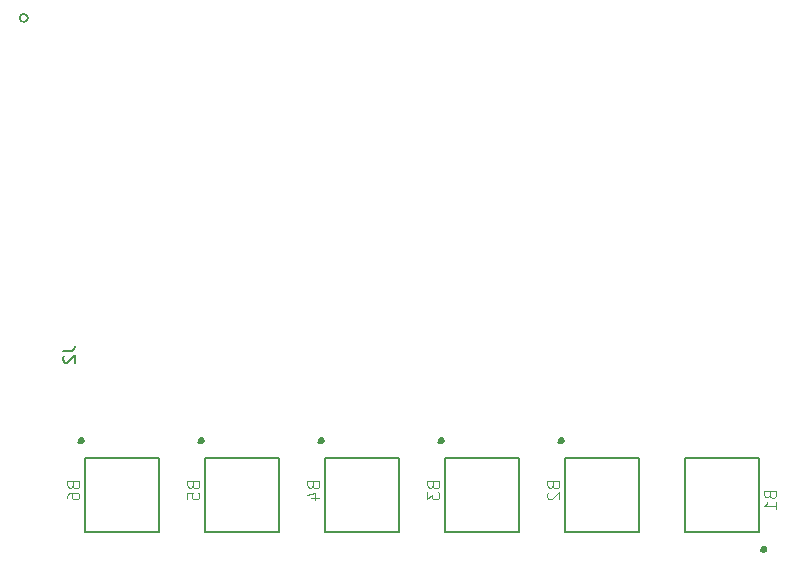
<source format=gbr>
G04 #@! TF.FileFunction,Legend,Bot*
%FSLAX46Y46*%
G04 Gerber Fmt 4.6, Leading zero omitted, Abs format (unit mm)*
G04 Created by KiCad (PCBNEW 4.0.6) date Saturday, December 30, 2017 'PMt' 02:35:40 PM*
%MOMM*%
%LPD*%
G01*
G04 APERTURE LIST*
%ADD10C,0.100000*%
%ADD11C,0.150000*%
%ADD12C,0.127000*%
%ADD13C,0.609600*%
%ADD14C,0.050000*%
G04 APERTURE END LIST*
D10*
D11*
X80288458Y-77216000D02*
G75*
G03X80288458Y-77216000I-341958J0D01*
G01*
D12*
X135965000Y-120702000D02*
X135965000Y-114502000D01*
X135965000Y-114502000D02*
X142165000Y-114502000D01*
X142165000Y-114502000D02*
X142165000Y-120702000D01*
X142165000Y-120702000D02*
X135965000Y-120702000D01*
D13*
X142615000Y-122202000D02*
G75*
G03X142615000Y-122202000I-50000J0D01*
G01*
D12*
X132005000Y-114502000D02*
X132005000Y-120702000D01*
X132005000Y-120702000D02*
X125805000Y-120702000D01*
X125805000Y-120702000D02*
X125805000Y-114502000D01*
X125805000Y-114502000D02*
X132005000Y-114502000D01*
D13*
X125455000Y-113002000D02*
G75*
G03X125455000Y-113002000I-50000J0D01*
G01*
D12*
X121845000Y-114502000D02*
X121845000Y-120702000D01*
X121845000Y-120702000D02*
X115645000Y-120702000D01*
X115645000Y-120702000D02*
X115645000Y-114502000D01*
X115645000Y-114502000D02*
X121845000Y-114502000D01*
D13*
X115295000Y-113002000D02*
G75*
G03X115295000Y-113002000I-50000J0D01*
G01*
D12*
X111685000Y-114502000D02*
X111685000Y-120702000D01*
X111685000Y-120702000D02*
X105485000Y-120702000D01*
X105485000Y-120702000D02*
X105485000Y-114502000D01*
X105485000Y-114502000D02*
X111685000Y-114502000D01*
D13*
X105135000Y-113002000D02*
G75*
G03X105135000Y-113002000I-50000J0D01*
G01*
D12*
X101525000Y-114502000D02*
X101525000Y-120702000D01*
X101525000Y-120702000D02*
X95325000Y-120702000D01*
X95325000Y-120702000D02*
X95325000Y-114502000D01*
X95325000Y-114502000D02*
X101525000Y-114502000D01*
D13*
X94975000Y-113002000D02*
G75*
G03X94975000Y-113002000I-50000J0D01*
G01*
D12*
X91365000Y-114502000D02*
X91365000Y-120702000D01*
X91365000Y-120702000D02*
X85165000Y-120702000D01*
X85165000Y-120702000D02*
X85165000Y-114502000D01*
X85165000Y-114502000D02*
X91365000Y-114502000D01*
D13*
X84815000Y-113002000D02*
G75*
G03X84815000Y-113002000I-50000J0D01*
G01*
D11*
X83272381Y-105394167D02*
X83986667Y-105394167D01*
X84129524Y-105346547D01*
X84224762Y-105251309D01*
X84272381Y-105108452D01*
X84272381Y-105013214D01*
X83367619Y-105822738D02*
X83320000Y-105870357D01*
X83272381Y-105965595D01*
X83272381Y-106203691D01*
X83320000Y-106298929D01*
X83367619Y-106346548D01*
X83462857Y-106394167D01*
X83558095Y-106394167D01*
X83700952Y-106346548D01*
X84272381Y-105775119D01*
X84272381Y-106394167D01*
D14*
X143086874Y-117607244D02*
X143134591Y-117750397D01*
X143182309Y-117798115D01*
X143277744Y-117845833D01*
X143420897Y-117845833D01*
X143516332Y-117798115D01*
X143564050Y-117750397D01*
X143611767Y-117654962D01*
X143611767Y-117273221D01*
X142609697Y-117273221D01*
X142609697Y-117607244D01*
X142657415Y-117702680D01*
X142705133Y-117750397D01*
X142800568Y-117798115D01*
X142896003Y-117798115D01*
X142991438Y-117750397D01*
X143039156Y-117702680D01*
X143086874Y-117607244D01*
X143086874Y-117273221D01*
X143611767Y-118800185D02*
X143611767Y-118227573D01*
X143611767Y-118513879D02*
X142609697Y-118513879D01*
X142752850Y-118418444D01*
X142848285Y-118323009D01*
X142896003Y-118227573D01*
X124739974Y-116785556D02*
X124787691Y-116928709D01*
X124835409Y-116976427D01*
X124930844Y-117024145D01*
X125073997Y-117024145D01*
X125169432Y-116976427D01*
X125217150Y-116928709D01*
X125264867Y-116833274D01*
X125264867Y-116451533D01*
X124262797Y-116451533D01*
X124262797Y-116785556D01*
X124310515Y-116880992D01*
X124358233Y-116928709D01*
X124453668Y-116976427D01*
X124549103Y-116976427D01*
X124644538Y-116928709D01*
X124692256Y-116880992D01*
X124739974Y-116785556D01*
X124739974Y-116451533D01*
X124358233Y-117405885D02*
X124310515Y-117453603D01*
X124262797Y-117549038D01*
X124262797Y-117787626D01*
X124310515Y-117883062D01*
X124358233Y-117930779D01*
X124453668Y-117978497D01*
X124549103Y-117978497D01*
X124692256Y-117930779D01*
X125264867Y-117358168D01*
X125264867Y-117978497D01*
X114579974Y-116785556D02*
X114627691Y-116928709D01*
X114675409Y-116976427D01*
X114770844Y-117024145D01*
X114913997Y-117024145D01*
X115009432Y-116976427D01*
X115057150Y-116928709D01*
X115104867Y-116833274D01*
X115104867Y-116451533D01*
X114102797Y-116451533D01*
X114102797Y-116785556D01*
X114150515Y-116880992D01*
X114198233Y-116928709D01*
X114293668Y-116976427D01*
X114389103Y-116976427D01*
X114484538Y-116928709D01*
X114532256Y-116880992D01*
X114579974Y-116785556D01*
X114579974Y-116451533D01*
X114102797Y-117358168D02*
X114102797Y-117978497D01*
X114484538Y-117644474D01*
X114484538Y-117787626D01*
X114532256Y-117883062D01*
X114579974Y-117930779D01*
X114675409Y-117978497D01*
X114913997Y-117978497D01*
X115009432Y-117930779D01*
X115057150Y-117883062D01*
X115104867Y-117787626D01*
X115104867Y-117501321D01*
X115057150Y-117405885D01*
X115009432Y-117358168D01*
X104419974Y-116785556D02*
X104467691Y-116928709D01*
X104515409Y-116976427D01*
X104610844Y-117024145D01*
X104753997Y-117024145D01*
X104849432Y-116976427D01*
X104897150Y-116928709D01*
X104944867Y-116833274D01*
X104944867Y-116451533D01*
X103942797Y-116451533D01*
X103942797Y-116785556D01*
X103990515Y-116880992D01*
X104038233Y-116928709D01*
X104133668Y-116976427D01*
X104229103Y-116976427D01*
X104324538Y-116928709D01*
X104372256Y-116880992D01*
X104419974Y-116785556D01*
X104419974Y-116451533D01*
X104276821Y-117883062D02*
X104944867Y-117883062D01*
X103895080Y-117644474D02*
X104610844Y-117405885D01*
X104610844Y-118026215D01*
X94259974Y-116785556D02*
X94307691Y-116928709D01*
X94355409Y-116976427D01*
X94450844Y-117024145D01*
X94593997Y-117024145D01*
X94689432Y-116976427D01*
X94737150Y-116928709D01*
X94784867Y-116833274D01*
X94784867Y-116451533D01*
X93782797Y-116451533D01*
X93782797Y-116785556D01*
X93830515Y-116880992D01*
X93878233Y-116928709D01*
X93973668Y-116976427D01*
X94069103Y-116976427D01*
X94164538Y-116928709D01*
X94212256Y-116880992D01*
X94259974Y-116785556D01*
X94259974Y-116451533D01*
X93782797Y-117930779D02*
X93782797Y-117453603D01*
X94259974Y-117405885D01*
X94212256Y-117453603D01*
X94164538Y-117549038D01*
X94164538Y-117787626D01*
X94212256Y-117883062D01*
X94259974Y-117930779D01*
X94355409Y-117978497D01*
X94593997Y-117978497D01*
X94689432Y-117930779D01*
X94737150Y-117883062D01*
X94784867Y-117787626D01*
X94784867Y-117549038D01*
X94737150Y-117453603D01*
X94689432Y-117405885D01*
X84099974Y-116785556D02*
X84147691Y-116928709D01*
X84195409Y-116976427D01*
X84290844Y-117024145D01*
X84433997Y-117024145D01*
X84529432Y-116976427D01*
X84577150Y-116928709D01*
X84624867Y-116833274D01*
X84624867Y-116451533D01*
X83622797Y-116451533D01*
X83622797Y-116785556D01*
X83670515Y-116880992D01*
X83718233Y-116928709D01*
X83813668Y-116976427D01*
X83909103Y-116976427D01*
X84004538Y-116928709D01*
X84052256Y-116880992D01*
X84099974Y-116785556D01*
X84099974Y-116451533D01*
X83622797Y-117883062D02*
X83622797Y-117692191D01*
X83670515Y-117596756D01*
X83718233Y-117549038D01*
X83861385Y-117453603D01*
X84052256Y-117405885D01*
X84433997Y-117405885D01*
X84529432Y-117453603D01*
X84577150Y-117501321D01*
X84624867Y-117596756D01*
X84624867Y-117787626D01*
X84577150Y-117883062D01*
X84529432Y-117930779D01*
X84433997Y-117978497D01*
X84195409Y-117978497D01*
X84099974Y-117930779D01*
X84052256Y-117883062D01*
X84004538Y-117787626D01*
X84004538Y-117596756D01*
X84052256Y-117501321D01*
X84099974Y-117453603D01*
X84195409Y-117405885D01*
M02*

</source>
